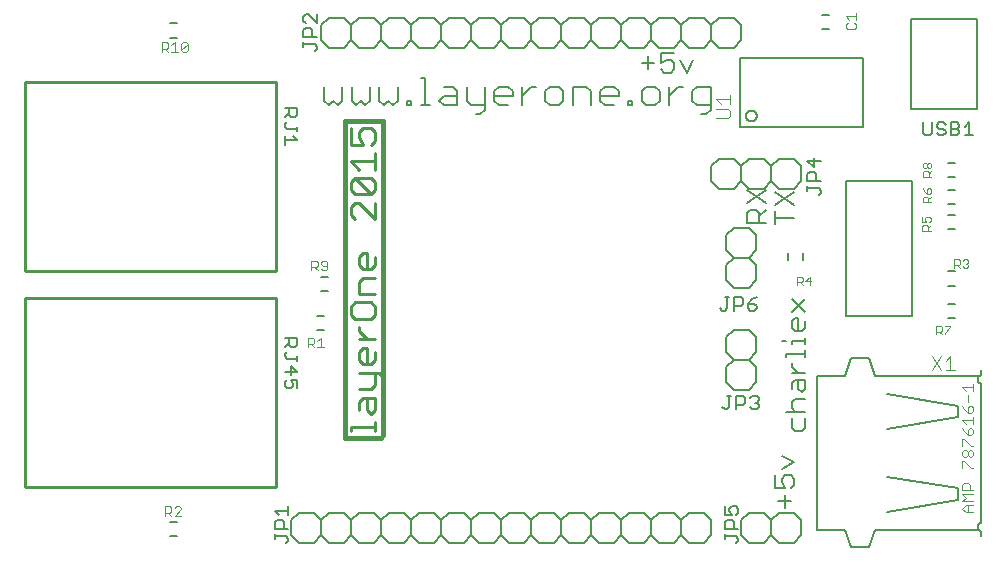
<source format=gto>
G75*
%MOIN*%
%OFA0B0*%
%FSLAX25Y25*%
%IPPOS*%
%LPD*%
%AMOC8*
5,1,8,0,0,1.08239X$1,22.5*
%
%ADD10C,0.00900*%
%ADD11C,0.00600*%
%ADD12C,0.01600*%
%ADD13C,0.00800*%
%ADD14C,0.00300*%
%ADD15C,0.00200*%
%ADD16C,0.01000*%
%ADD17C,0.00700*%
%ADD18C,0.00500*%
%ADD19C,0.00400*%
D10*
X0113526Y0067411D02*
X0113526Y0068762D01*
X0121633Y0068762D01*
X0121633Y0067411D02*
X0121633Y0070113D01*
X0120282Y0072936D02*
X0118930Y0074287D01*
X0118930Y0078340D01*
X0117579Y0078340D02*
X0121633Y0078340D01*
X0121633Y0074287D01*
X0120282Y0072936D01*
X0116228Y0074287D02*
X0116228Y0076989D01*
X0117579Y0078340D01*
X0116228Y0081223D02*
X0120282Y0081223D01*
X0121633Y0082574D01*
X0121633Y0086627D01*
X0122984Y0086627D02*
X0124335Y0085276D01*
X0124335Y0083925D01*
X0122984Y0086627D02*
X0116228Y0086627D01*
X0117579Y0089510D02*
X0116228Y0090861D01*
X0116228Y0093563D01*
X0117579Y0094914D01*
X0118930Y0094914D01*
X0118930Y0089510D01*
X0117579Y0089510D02*
X0120282Y0089510D01*
X0121633Y0090861D01*
X0121633Y0093563D01*
X0121633Y0097797D02*
X0116228Y0097797D01*
X0116228Y0100499D02*
X0116228Y0101850D01*
X0116228Y0100499D02*
X0118930Y0097797D01*
X0120282Y0104703D02*
X0114877Y0104703D01*
X0113526Y0106054D01*
X0113526Y0108756D01*
X0114877Y0110107D01*
X0120282Y0110107D01*
X0121633Y0108756D01*
X0121633Y0106054D01*
X0120282Y0104703D01*
X0121633Y0112990D02*
X0116228Y0112990D01*
X0116228Y0117043D01*
X0117579Y0118394D01*
X0121633Y0118394D01*
X0120282Y0121277D02*
X0117579Y0121277D01*
X0116228Y0122628D01*
X0116228Y0125330D01*
X0117579Y0126682D01*
X0118930Y0126682D01*
X0118930Y0121277D01*
X0120282Y0121277D02*
X0121633Y0122628D01*
X0121633Y0125330D01*
X0121633Y0137851D02*
X0116228Y0143256D01*
X0114877Y0143256D01*
X0113526Y0141905D01*
X0113526Y0139202D01*
X0114877Y0137851D01*
X0121633Y0137851D02*
X0121633Y0143256D01*
X0120282Y0146138D02*
X0114877Y0151543D01*
X0120282Y0151543D01*
X0121633Y0150192D01*
X0121633Y0147489D01*
X0120282Y0146138D01*
X0114877Y0146138D01*
X0113526Y0147489D01*
X0113526Y0150192D01*
X0114877Y0151543D01*
X0116228Y0154425D02*
X0113526Y0157128D01*
X0121633Y0157128D01*
X0121633Y0159830D02*
X0121633Y0154425D01*
X0120282Y0162712D02*
X0121633Y0164064D01*
X0121633Y0166766D01*
X0120282Y0168117D01*
X0117579Y0168117D01*
X0116228Y0166766D01*
X0116228Y0165415D01*
X0117579Y0162712D01*
X0113526Y0162712D01*
X0113526Y0168117D01*
D11*
X0055472Y0032205D02*
X0053110Y0032205D01*
X0053110Y0036929D02*
X0055472Y0036929D01*
X0093583Y0037461D02*
X0093583Y0032461D01*
X0096083Y0029961D01*
X0101083Y0029961D01*
X0103583Y0032461D01*
X0106083Y0029961D01*
X0111083Y0029961D01*
X0113583Y0032461D01*
X0113583Y0037461D01*
X0111083Y0039961D01*
X0106083Y0039961D01*
X0103583Y0037461D01*
X0103583Y0032461D01*
X0103583Y0037461D02*
X0101083Y0039961D01*
X0096083Y0039961D01*
X0093583Y0037461D01*
X0113583Y0037461D02*
X0116083Y0039961D01*
X0121083Y0039961D01*
X0123583Y0037461D01*
X0126083Y0039961D01*
X0131083Y0039961D01*
X0133583Y0037461D01*
X0136083Y0039961D01*
X0141083Y0039961D01*
X0143583Y0037461D01*
X0143583Y0032461D01*
X0141083Y0029961D01*
X0136083Y0029961D01*
X0133583Y0032461D01*
X0131083Y0029961D01*
X0126083Y0029961D01*
X0123583Y0032461D01*
X0121083Y0029961D01*
X0116083Y0029961D01*
X0113583Y0032461D01*
X0123583Y0032461D02*
X0123583Y0037461D01*
X0133583Y0037461D02*
X0133583Y0032461D01*
X0143583Y0032461D02*
X0146083Y0029961D01*
X0151083Y0029961D01*
X0153583Y0032461D01*
X0156083Y0029961D01*
X0161083Y0029961D01*
X0163583Y0032461D01*
X0166083Y0029961D01*
X0171083Y0029961D01*
X0173583Y0032461D01*
X0173583Y0037461D01*
X0171083Y0039961D01*
X0166083Y0039961D01*
X0163583Y0037461D01*
X0163583Y0032461D01*
X0163583Y0037461D02*
X0161083Y0039961D01*
X0156083Y0039961D01*
X0153583Y0037461D01*
X0153583Y0032461D01*
X0153583Y0037461D02*
X0151083Y0039961D01*
X0146083Y0039961D01*
X0143583Y0037461D01*
X0173583Y0037461D02*
X0176083Y0039961D01*
X0181083Y0039961D01*
X0183583Y0037461D01*
X0186083Y0039961D01*
X0191083Y0039961D01*
X0193583Y0037461D01*
X0196083Y0039961D01*
X0201083Y0039961D01*
X0203583Y0037461D01*
X0203583Y0032461D01*
X0201083Y0029961D01*
X0196083Y0029961D01*
X0193583Y0032461D01*
X0191083Y0029961D01*
X0186083Y0029961D01*
X0183583Y0032461D01*
X0181083Y0029961D01*
X0176083Y0029961D01*
X0173583Y0032461D01*
X0183583Y0032461D02*
X0183583Y0037461D01*
X0193583Y0037461D02*
X0193583Y0032461D01*
X0203583Y0032461D02*
X0206083Y0029961D01*
X0211083Y0029961D01*
X0213583Y0032461D01*
X0216083Y0029961D01*
X0221083Y0029961D01*
X0223583Y0032461D01*
X0226083Y0029961D01*
X0231083Y0029961D01*
X0233583Y0032461D01*
X0233583Y0037461D01*
X0231083Y0039961D01*
X0226083Y0039961D01*
X0223583Y0037461D01*
X0223583Y0032461D01*
X0223583Y0037461D02*
X0221083Y0039961D01*
X0216083Y0039961D01*
X0213583Y0037461D01*
X0213583Y0032461D01*
X0213583Y0037461D02*
X0211083Y0039961D01*
X0206083Y0039961D01*
X0203583Y0037461D01*
X0243583Y0037461D02*
X0243583Y0032461D01*
X0246083Y0029961D01*
X0251083Y0029961D01*
X0253583Y0032461D01*
X0256083Y0029961D01*
X0261083Y0029961D01*
X0263583Y0032461D01*
X0263583Y0037461D01*
X0261083Y0039961D01*
X0256083Y0039961D01*
X0253583Y0037461D01*
X0253583Y0032461D01*
X0253583Y0037461D02*
X0251083Y0039961D01*
X0246083Y0039961D01*
X0243583Y0037461D01*
X0255945Y0043896D02*
X0260215Y0043896D01*
X0258080Y0041761D02*
X0258080Y0046031D01*
X0258080Y0048206D02*
X0254877Y0048206D01*
X0254877Y0052477D01*
X0257012Y0051409D02*
X0257012Y0050342D01*
X0258080Y0048206D01*
X0260215Y0048206D02*
X0261283Y0049274D01*
X0261283Y0051409D01*
X0260215Y0052477D01*
X0258080Y0052477D01*
X0257012Y0051409D01*
X0257012Y0054652D02*
X0261283Y0056787D01*
X0257012Y0058922D01*
X0261580Y0067261D02*
X0263715Y0067261D01*
X0264783Y0068329D01*
X0264783Y0071531D01*
X0264783Y0073706D02*
X0258377Y0073706D01*
X0260512Y0074774D02*
X0260512Y0076909D01*
X0261580Y0077977D01*
X0264783Y0077977D01*
X0263715Y0080152D02*
X0262648Y0081220D01*
X0262648Y0084422D01*
X0261580Y0084422D02*
X0264783Y0084422D01*
X0264783Y0081220D01*
X0263715Y0080152D01*
X0260512Y0081220D02*
X0260512Y0083355D01*
X0261580Y0084422D01*
X0262648Y0086597D02*
X0260512Y0088733D01*
X0260512Y0089800D01*
X0258377Y0091969D02*
X0258377Y0093036D01*
X0264783Y0093036D01*
X0264783Y0091969D02*
X0264783Y0094104D01*
X0264783Y0096266D02*
X0264783Y0098401D01*
X0264783Y0097333D02*
X0260512Y0097333D01*
X0260512Y0096266D01*
X0258377Y0097333D02*
X0257310Y0097333D01*
X0261580Y0100563D02*
X0260512Y0101630D01*
X0260512Y0103765D01*
X0261580Y0104833D01*
X0262648Y0104833D01*
X0262648Y0100563D01*
X0263715Y0100563D02*
X0261580Y0100563D01*
X0263715Y0100563D02*
X0264783Y0101630D01*
X0264783Y0103765D01*
X0264783Y0107008D02*
X0260512Y0111278D01*
X0260512Y0107008D02*
X0264783Y0111278D01*
X0248583Y0117461D02*
X0248583Y0122461D01*
X0246083Y0124961D01*
X0241083Y0124961D01*
X0238583Y0122461D01*
X0238583Y0117461D01*
X0241083Y0114961D01*
X0246083Y0114961D01*
X0248583Y0117461D01*
X0259291Y0124252D02*
X0259291Y0126614D01*
X0264016Y0126614D02*
X0264016Y0124252D01*
X0248583Y0127461D02*
X0246083Y0124961D01*
X0248583Y0127461D02*
X0248583Y0132461D01*
X0246083Y0134961D01*
X0241083Y0134961D01*
X0238583Y0132461D01*
X0238583Y0127461D01*
X0241083Y0124961D01*
X0245377Y0136761D02*
X0245377Y0139964D01*
X0246445Y0141031D01*
X0248580Y0141031D01*
X0249648Y0139964D01*
X0249648Y0136761D01*
X0251783Y0136761D02*
X0245377Y0136761D01*
X0249648Y0138896D02*
X0251783Y0141031D01*
X0251783Y0143206D02*
X0245377Y0147477D01*
X0246083Y0147961D02*
X0243583Y0150461D01*
X0241083Y0147961D01*
X0236083Y0147961D01*
X0233583Y0150461D01*
X0233583Y0155461D01*
X0236083Y0157961D01*
X0241083Y0157961D01*
X0243583Y0155461D01*
X0246083Y0157961D01*
X0251083Y0157961D01*
X0253583Y0155461D01*
X0256083Y0157961D01*
X0261083Y0157961D01*
X0263583Y0155461D01*
X0263583Y0150461D01*
X0261083Y0147961D01*
X0256083Y0147961D01*
X0253583Y0150461D01*
X0251083Y0147961D01*
X0246083Y0147961D01*
X0243583Y0150461D02*
X0243583Y0155461D01*
X0253583Y0155461D02*
X0253583Y0150461D01*
X0251783Y0147477D02*
X0245377Y0143206D01*
X0254877Y0142706D02*
X0261283Y0146977D01*
X0261283Y0142706D02*
X0254877Y0146977D01*
X0254877Y0140531D02*
X0254877Y0136261D01*
X0254877Y0138396D02*
X0261283Y0138396D01*
X0243110Y0168445D02*
X0243110Y0191477D01*
X0284055Y0191477D01*
X0284055Y0168445D01*
X0243110Y0168445D01*
X0245140Y0172284D02*
X0245142Y0172369D01*
X0245148Y0172453D01*
X0245158Y0172538D01*
X0245172Y0172621D01*
X0245189Y0172704D01*
X0245211Y0172786D01*
X0245237Y0172867D01*
X0245266Y0172947D01*
X0245299Y0173025D01*
X0245335Y0173101D01*
X0245375Y0173176D01*
X0245419Y0173249D01*
X0245466Y0173320D01*
X0245516Y0173388D01*
X0245569Y0173454D01*
X0245626Y0173517D01*
X0245685Y0173578D01*
X0245747Y0173636D01*
X0245812Y0173691D01*
X0245879Y0173743D01*
X0245948Y0173791D01*
X0246020Y0173836D01*
X0246094Y0173878D01*
X0246170Y0173916D01*
X0246247Y0173951D01*
X0246326Y0173982D01*
X0246406Y0174010D01*
X0246488Y0174033D01*
X0246570Y0174053D01*
X0246653Y0174069D01*
X0246737Y0174081D01*
X0246822Y0174089D01*
X0246907Y0174093D01*
X0246991Y0174093D01*
X0247076Y0174089D01*
X0247161Y0174081D01*
X0247245Y0174069D01*
X0247328Y0174053D01*
X0247410Y0174033D01*
X0247492Y0174010D01*
X0247572Y0173982D01*
X0247651Y0173951D01*
X0247728Y0173916D01*
X0247804Y0173878D01*
X0247878Y0173836D01*
X0247950Y0173791D01*
X0248019Y0173743D01*
X0248086Y0173691D01*
X0248151Y0173636D01*
X0248213Y0173578D01*
X0248272Y0173517D01*
X0248329Y0173454D01*
X0248382Y0173388D01*
X0248432Y0173320D01*
X0248479Y0173249D01*
X0248523Y0173176D01*
X0248563Y0173101D01*
X0248599Y0173025D01*
X0248632Y0172947D01*
X0248661Y0172867D01*
X0248687Y0172786D01*
X0248709Y0172704D01*
X0248726Y0172621D01*
X0248740Y0172538D01*
X0248750Y0172453D01*
X0248756Y0172369D01*
X0248758Y0172284D01*
X0248756Y0172199D01*
X0248750Y0172115D01*
X0248740Y0172030D01*
X0248726Y0171947D01*
X0248709Y0171864D01*
X0248687Y0171782D01*
X0248661Y0171701D01*
X0248632Y0171621D01*
X0248599Y0171543D01*
X0248563Y0171467D01*
X0248523Y0171392D01*
X0248479Y0171319D01*
X0248432Y0171248D01*
X0248382Y0171180D01*
X0248329Y0171114D01*
X0248272Y0171051D01*
X0248213Y0170990D01*
X0248151Y0170932D01*
X0248086Y0170877D01*
X0248019Y0170825D01*
X0247950Y0170777D01*
X0247878Y0170732D01*
X0247804Y0170690D01*
X0247728Y0170652D01*
X0247651Y0170617D01*
X0247572Y0170586D01*
X0247492Y0170558D01*
X0247410Y0170535D01*
X0247328Y0170515D01*
X0247245Y0170499D01*
X0247161Y0170487D01*
X0247076Y0170479D01*
X0246991Y0170475D01*
X0246907Y0170475D01*
X0246822Y0170479D01*
X0246737Y0170487D01*
X0246653Y0170499D01*
X0246570Y0170515D01*
X0246488Y0170535D01*
X0246406Y0170558D01*
X0246326Y0170586D01*
X0246247Y0170617D01*
X0246170Y0170652D01*
X0246094Y0170690D01*
X0246020Y0170732D01*
X0245948Y0170777D01*
X0245879Y0170825D01*
X0245812Y0170877D01*
X0245747Y0170932D01*
X0245685Y0170990D01*
X0245626Y0171051D01*
X0245569Y0171114D01*
X0245516Y0171180D01*
X0245466Y0171248D01*
X0245419Y0171319D01*
X0245375Y0171392D01*
X0245335Y0171467D01*
X0245299Y0171543D01*
X0245266Y0171621D01*
X0245237Y0171701D01*
X0245211Y0171782D01*
X0245189Y0171864D01*
X0245172Y0171947D01*
X0245158Y0172030D01*
X0245148Y0172115D01*
X0245142Y0172199D01*
X0245140Y0172284D01*
X0225409Y0186761D02*
X0227544Y0191031D01*
X0226083Y0194961D02*
X0231083Y0194961D01*
X0233583Y0197461D01*
X0236083Y0194961D01*
X0241083Y0194961D01*
X0243583Y0197461D01*
X0243583Y0202461D01*
X0241083Y0204961D01*
X0236083Y0204961D01*
X0233583Y0202461D01*
X0233583Y0197461D01*
X0233583Y0202461D02*
X0231083Y0204961D01*
X0226083Y0204961D01*
X0223583Y0202461D01*
X0223583Y0197461D01*
X0226083Y0194961D01*
X0223583Y0197461D02*
X0221083Y0194961D01*
X0216083Y0194961D01*
X0213583Y0197461D01*
X0211083Y0194961D01*
X0206083Y0194961D01*
X0203583Y0197461D01*
X0201083Y0194961D01*
X0196083Y0194961D01*
X0193583Y0197461D01*
X0191083Y0194961D01*
X0186083Y0194961D01*
X0183583Y0197461D01*
X0181083Y0194961D01*
X0176083Y0194961D01*
X0173583Y0197461D01*
X0171083Y0194961D01*
X0166083Y0194961D01*
X0163583Y0197461D01*
X0161083Y0194961D01*
X0156083Y0194961D01*
X0153583Y0197461D01*
X0151083Y0194961D01*
X0146083Y0194961D01*
X0143583Y0197461D01*
X0141083Y0194961D01*
X0136083Y0194961D01*
X0133583Y0197461D01*
X0131083Y0194961D01*
X0126083Y0194961D01*
X0123583Y0197461D01*
X0121083Y0194961D01*
X0116083Y0194961D01*
X0113583Y0197461D01*
X0111083Y0194961D01*
X0106083Y0194961D01*
X0103583Y0197461D01*
X0103583Y0202461D01*
X0106083Y0204961D01*
X0111083Y0204961D01*
X0113583Y0202461D01*
X0116083Y0204961D01*
X0121083Y0204961D01*
X0123583Y0202461D01*
X0123583Y0197461D01*
X0123583Y0202461D02*
X0126083Y0204961D01*
X0131083Y0204961D01*
X0133583Y0202461D01*
X0136083Y0204961D01*
X0141083Y0204961D01*
X0143583Y0202461D01*
X0146083Y0204961D01*
X0151083Y0204961D01*
X0153583Y0202461D01*
X0153583Y0197461D01*
X0153583Y0202461D02*
X0156083Y0204961D01*
X0161083Y0204961D01*
X0163583Y0202461D01*
X0166083Y0204961D01*
X0171083Y0204961D01*
X0173583Y0202461D01*
X0176083Y0204961D01*
X0181083Y0204961D01*
X0183583Y0202461D01*
X0183583Y0197461D01*
X0183583Y0202461D02*
X0186083Y0204961D01*
X0191083Y0204961D01*
X0193583Y0202461D01*
X0196083Y0204961D01*
X0201083Y0204961D01*
X0203583Y0202461D01*
X0206083Y0204961D01*
X0211083Y0204961D01*
X0213583Y0202461D01*
X0213583Y0197461D01*
X0213583Y0202461D02*
X0216083Y0204961D01*
X0221083Y0204961D01*
X0223583Y0202461D01*
X0221098Y0193166D02*
X0216828Y0193166D01*
X0216828Y0189964D01*
X0218963Y0191031D01*
X0220031Y0191031D01*
X0221098Y0189964D01*
X0221098Y0187829D01*
X0220031Y0186761D01*
X0217896Y0186761D01*
X0216828Y0187829D01*
X0214653Y0189964D02*
X0210383Y0189964D01*
X0212518Y0192099D02*
X0212518Y0187829D01*
X0223274Y0191031D02*
X0225409Y0186761D01*
X0203583Y0197461D02*
X0203583Y0202461D01*
X0193583Y0202461D02*
X0193583Y0197461D01*
X0173583Y0197461D02*
X0173583Y0202461D01*
X0163583Y0202461D02*
X0163583Y0197461D01*
X0143583Y0197461D02*
X0143583Y0202461D01*
X0133583Y0202461D02*
X0133583Y0197461D01*
X0113583Y0197461D02*
X0113583Y0202461D01*
X0055472Y0203111D02*
X0053110Y0203111D01*
X0053110Y0198386D02*
X0055472Y0198386D01*
X0103370Y0118733D02*
X0105732Y0118733D01*
X0105732Y0114008D02*
X0103370Y0114008D01*
X0102193Y0105591D02*
X0104555Y0105591D01*
X0104555Y0100866D02*
X0102193Y0100866D01*
X0238583Y0098461D02*
X0238583Y0093461D01*
X0241083Y0090961D01*
X0246083Y0090961D01*
X0248583Y0093461D01*
X0248583Y0098461D01*
X0246083Y0100961D01*
X0241083Y0100961D01*
X0238583Y0098461D01*
X0241083Y0090961D02*
X0238583Y0088461D01*
X0238583Y0083461D01*
X0241083Y0080961D01*
X0246083Y0080961D01*
X0248583Y0083461D01*
X0248583Y0088461D01*
X0246083Y0090961D01*
X0260512Y0086597D02*
X0264783Y0086597D01*
X0260512Y0074774D02*
X0261580Y0073706D01*
X0260512Y0071531D02*
X0260512Y0068329D01*
X0261580Y0067261D01*
X0312402Y0104918D02*
X0314764Y0104918D01*
X0314764Y0109642D02*
X0312402Y0109642D01*
X0312402Y0115729D02*
X0314764Y0115729D01*
X0314764Y0120453D02*
X0312402Y0120453D01*
X0312402Y0134595D02*
X0314764Y0134595D01*
X0314764Y0139319D02*
X0312402Y0139319D01*
X0312402Y0142969D02*
X0314764Y0142969D01*
X0314764Y0147693D02*
X0312402Y0147693D01*
X0312402Y0151843D02*
X0314764Y0151843D01*
X0314764Y0156567D02*
X0312402Y0156567D01*
X0272764Y0201099D02*
X0270402Y0201099D01*
X0270402Y0205823D02*
X0272764Y0205823D01*
D12*
X0124083Y0170461D02*
X0124083Y0065961D01*
X0123583Y0064961D02*
X0111583Y0064961D01*
X0111583Y0170461D01*
X0124083Y0170461D01*
D13*
X0124433Y0175861D02*
X0125968Y0177396D01*
X0127502Y0175861D01*
X0129037Y0177396D01*
X0129037Y0182000D01*
X0122898Y0182000D02*
X0122898Y0177396D01*
X0124433Y0175861D01*
X0119829Y0177396D02*
X0119829Y0182000D01*
X0113691Y0182000D02*
X0113691Y0177396D01*
X0115225Y0175861D01*
X0116760Y0177396D01*
X0118294Y0175861D01*
X0119829Y0177396D01*
X0110621Y0177396D02*
X0110621Y0182000D01*
X0104483Y0182000D02*
X0104483Y0177396D01*
X0106017Y0175861D01*
X0107552Y0177396D01*
X0109087Y0175861D01*
X0110621Y0177396D01*
X0132106Y0177396D02*
X0133641Y0177396D01*
X0133641Y0175861D01*
X0132106Y0175861D01*
X0132106Y0177396D01*
X0136710Y0175861D02*
X0139779Y0175861D01*
X0138245Y0175861D02*
X0138245Y0185069D01*
X0136710Y0185069D01*
X0144383Y0182000D02*
X0147453Y0182000D01*
X0148987Y0180465D01*
X0148987Y0175861D01*
X0144383Y0175861D01*
X0142849Y0177396D01*
X0144383Y0178930D01*
X0148987Y0178930D01*
X0152057Y0177396D02*
X0153591Y0175861D01*
X0158195Y0175861D01*
X0158195Y0174326D02*
X0156661Y0172792D01*
X0155126Y0172792D01*
X0158195Y0174326D02*
X0158195Y0182000D01*
X0161264Y0180465D02*
X0162799Y0182000D01*
X0165868Y0182000D01*
X0167403Y0180465D01*
X0167403Y0178930D01*
X0161264Y0178930D01*
X0161264Y0177396D02*
X0161264Y0180465D01*
X0161264Y0177396D02*
X0162799Y0175861D01*
X0165868Y0175861D01*
X0170472Y0175861D02*
X0170472Y0182000D01*
X0173542Y0182000D02*
X0175076Y0182000D01*
X0173542Y0182000D02*
X0170472Y0178930D01*
X0178146Y0177396D02*
X0179680Y0175861D01*
X0182749Y0175861D01*
X0184284Y0177396D01*
X0184284Y0180465D01*
X0182749Y0182000D01*
X0179680Y0182000D01*
X0178146Y0180465D01*
X0178146Y0177396D01*
X0187353Y0175861D02*
X0187353Y0182000D01*
X0191957Y0182000D01*
X0193492Y0180465D01*
X0193492Y0175861D01*
X0196561Y0177396D02*
X0196561Y0180465D01*
X0198096Y0182000D01*
X0201165Y0182000D01*
X0202700Y0180465D01*
X0202700Y0178930D01*
X0196561Y0178930D01*
X0196561Y0177396D02*
X0198096Y0175861D01*
X0201165Y0175861D01*
X0205769Y0175861D02*
X0207304Y0175861D01*
X0207304Y0177396D01*
X0205769Y0177396D01*
X0205769Y0175861D01*
X0210373Y0177396D02*
X0210373Y0180465D01*
X0211908Y0182000D01*
X0214977Y0182000D01*
X0216512Y0180465D01*
X0216512Y0177396D01*
X0214977Y0175861D01*
X0211908Y0175861D01*
X0210373Y0177396D01*
X0219581Y0178930D02*
X0222650Y0182000D01*
X0224185Y0182000D01*
X0227254Y0180465D02*
X0227254Y0177396D01*
X0228789Y0175861D01*
X0233393Y0175861D01*
X0233393Y0174326D02*
X0233393Y0182000D01*
X0228789Y0182000D01*
X0227254Y0180465D01*
X0219581Y0182000D02*
X0219581Y0175861D01*
X0230323Y0172792D02*
X0231858Y0172792D01*
X0233393Y0174326D01*
X0278465Y0150648D02*
X0300465Y0150648D01*
X0300465Y0105748D01*
X0278465Y0105748D01*
X0278465Y0150648D01*
X0300276Y0174567D02*
X0300276Y0204567D01*
X0322276Y0204567D01*
X0322276Y0174567D01*
X0300276Y0174567D01*
X0286181Y0091457D02*
X0280276Y0091457D01*
X0278307Y0085551D01*
X0268858Y0085551D01*
X0268858Y0034370D01*
X0278307Y0034370D01*
X0280276Y0028465D01*
X0286181Y0028465D01*
X0288150Y0034370D01*
X0322402Y0034370D01*
X0322402Y0034371D01*
X0322402Y0035551D01*
X0322404Y0035617D01*
X0322409Y0035683D01*
X0322419Y0035749D01*
X0322432Y0035814D01*
X0322448Y0035878D01*
X0322468Y0035941D01*
X0322492Y0036003D01*
X0322519Y0036063D01*
X0322549Y0036122D01*
X0322583Y0036179D01*
X0322620Y0036234D01*
X0322660Y0036287D01*
X0322702Y0036338D01*
X0322748Y0036386D01*
X0322796Y0036432D01*
X0322847Y0036474D01*
X0322900Y0036514D01*
X0322955Y0036551D01*
X0323012Y0036585D01*
X0323071Y0036615D01*
X0323131Y0036642D01*
X0323193Y0036666D01*
X0323256Y0036686D01*
X0323320Y0036702D01*
X0323385Y0036715D01*
X0323451Y0036725D01*
X0323517Y0036730D01*
X0323583Y0036732D01*
X0323583Y0036733D02*
X0323583Y0083189D01*
X0323583Y0083190D02*
X0323514Y0083192D01*
X0323446Y0083198D01*
X0323378Y0083208D01*
X0323311Y0083222D01*
X0323244Y0083240D01*
X0323179Y0083261D01*
X0323115Y0083287D01*
X0323053Y0083316D01*
X0322993Y0083348D01*
X0322934Y0083384D01*
X0322878Y0083424D01*
X0322824Y0083466D01*
X0322773Y0083512D01*
X0322724Y0083560D01*
X0322678Y0083612D01*
X0322636Y0083666D01*
X0322596Y0083722D01*
X0322560Y0083780D01*
X0322528Y0083841D01*
X0322499Y0083903D01*
X0322473Y0083967D01*
X0322452Y0084032D01*
X0322434Y0084098D01*
X0322420Y0084166D01*
X0322410Y0084234D01*
X0322404Y0084302D01*
X0322402Y0084371D01*
X0322402Y0084370D02*
X0322402Y0085551D01*
X0288150Y0085551D01*
X0286181Y0091457D01*
X0292087Y0079646D02*
X0315709Y0075709D01*
X0315709Y0071772D01*
X0292087Y0067835D01*
X0292087Y0052087D02*
X0315709Y0048150D01*
X0315709Y0044213D01*
X0292087Y0040276D01*
X0322402Y0034371D02*
X0322468Y0034369D01*
X0322534Y0034364D01*
X0322600Y0034354D01*
X0322665Y0034341D01*
X0322729Y0034325D01*
X0322792Y0034305D01*
X0322854Y0034281D01*
X0322914Y0034254D01*
X0322973Y0034224D01*
X0323030Y0034190D01*
X0323085Y0034153D01*
X0323138Y0034113D01*
X0323189Y0034071D01*
X0323237Y0034025D01*
X0323283Y0033977D01*
X0323325Y0033926D01*
X0323365Y0033873D01*
X0323402Y0033818D01*
X0323436Y0033761D01*
X0323466Y0033702D01*
X0323493Y0033642D01*
X0323517Y0033580D01*
X0323537Y0033517D01*
X0323553Y0033453D01*
X0323566Y0033388D01*
X0323576Y0033322D01*
X0323581Y0033256D01*
X0323583Y0033190D01*
X0323583Y0033189D02*
X0323583Y0032402D01*
X0323583Y0086733D02*
X0323583Y0087520D01*
X0323583Y0086733D02*
X0323581Y0086667D01*
X0323576Y0086601D01*
X0323566Y0086535D01*
X0323553Y0086470D01*
X0323537Y0086406D01*
X0323517Y0086343D01*
X0323493Y0086281D01*
X0323466Y0086221D01*
X0323436Y0086162D01*
X0323402Y0086105D01*
X0323365Y0086050D01*
X0323325Y0085997D01*
X0323283Y0085946D01*
X0323237Y0085898D01*
X0323189Y0085852D01*
X0323138Y0085810D01*
X0323085Y0085770D01*
X0323030Y0085733D01*
X0322973Y0085699D01*
X0322914Y0085669D01*
X0322854Y0085642D01*
X0322792Y0085618D01*
X0322729Y0085598D01*
X0322665Y0085582D01*
X0322600Y0085569D01*
X0322534Y0085559D01*
X0322468Y0085554D01*
X0322402Y0085552D01*
X0152057Y0177396D02*
X0152057Y0182000D01*
D14*
X0105080Y0123973D02*
X0104012Y0123973D01*
X0103478Y0123439D01*
X0103478Y0122906D01*
X0104012Y0122372D01*
X0105614Y0122372D01*
X0105614Y0123439D02*
X0105614Y0121304D01*
X0105080Y0120770D01*
X0104012Y0120770D01*
X0103478Y0121304D01*
X0102391Y0120770D02*
X0101323Y0121838D01*
X0101857Y0121838D02*
X0100256Y0121838D01*
X0100256Y0120770D02*
X0100256Y0123973D01*
X0101857Y0123973D01*
X0102391Y0123439D01*
X0102391Y0122372D01*
X0101857Y0121838D01*
X0105080Y0123973D02*
X0105614Y0123439D01*
X0103369Y0098331D02*
X0103369Y0095129D01*
X0104436Y0095129D02*
X0102301Y0095129D01*
X0101214Y0095129D02*
X0100146Y0096196D01*
X0100680Y0096196D02*
X0099079Y0096196D01*
X0099079Y0095129D02*
X0099079Y0098331D01*
X0100680Y0098331D01*
X0101214Y0097798D01*
X0101214Y0096730D01*
X0100680Y0096196D01*
X0102301Y0097264D02*
X0103369Y0098331D01*
X0056320Y0042170D02*
X0055252Y0042170D01*
X0054719Y0041636D01*
X0053631Y0041636D02*
X0053631Y0040569D01*
X0053097Y0040035D01*
X0051496Y0040035D01*
X0052563Y0040035D02*
X0053631Y0038967D01*
X0054719Y0038967D02*
X0056854Y0041102D01*
X0056854Y0041636D01*
X0056320Y0042170D01*
X0053631Y0041636D02*
X0053097Y0042170D01*
X0051496Y0042170D01*
X0051496Y0038967D01*
X0054719Y0038967D02*
X0056854Y0038967D01*
X0057421Y0193648D02*
X0056887Y0194182D01*
X0059022Y0196317D01*
X0059022Y0194182D01*
X0058488Y0193648D01*
X0057421Y0193648D01*
X0056887Y0194182D02*
X0056887Y0196317D01*
X0057421Y0196851D01*
X0058488Y0196851D01*
X0059022Y0196317D01*
X0055799Y0193648D02*
X0053664Y0193648D01*
X0054732Y0193648D02*
X0054732Y0196851D01*
X0053664Y0195783D01*
X0052576Y0195250D02*
X0052043Y0194716D01*
X0050441Y0194716D01*
X0050441Y0193648D02*
X0050441Y0196851D01*
X0052043Y0196851D01*
X0052576Y0196317D01*
X0052576Y0195250D01*
X0051509Y0194716D02*
X0052576Y0193648D01*
X0278480Y0201699D02*
X0279014Y0201165D01*
X0281149Y0201165D01*
X0281683Y0201699D01*
X0281683Y0202767D01*
X0281149Y0203301D01*
X0281683Y0204388D02*
X0281683Y0206523D01*
X0281683Y0205456D02*
X0278480Y0205456D01*
X0279548Y0204388D01*
X0279014Y0203301D02*
X0278480Y0202767D01*
X0278480Y0201699D01*
X0317230Y0081860D02*
X0320933Y0081860D01*
X0320933Y0080626D02*
X0320933Y0083094D01*
X0318464Y0080626D02*
X0317230Y0081860D01*
X0319081Y0079411D02*
X0319081Y0076942D01*
X0319698Y0075728D02*
X0319081Y0075111D01*
X0319081Y0073259D01*
X0320315Y0073259D01*
X0320933Y0073876D01*
X0320933Y0075111D01*
X0320315Y0075728D01*
X0319698Y0075728D01*
X0317847Y0074494D02*
X0319081Y0073259D01*
X0317847Y0074494D02*
X0317230Y0075728D01*
X0317230Y0070810D02*
X0320933Y0070810D01*
X0320933Y0069576D02*
X0320933Y0072045D01*
X0318464Y0069576D02*
X0317230Y0070810D01*
X0317230Y0068362D02*
X0317847Y0067127D01*
X0319081Y0065893D01*
X0319081Y0067745D01*
X0319698Y0068362D01*
X0320315Y0068362D01*
X0320933Y0067745D01*
X0320933Y0066510D01*
X0320315Y0065893D01*
X0319081Y0065893D01*
X0317847Y0064679D02*
X0320315Y0062210D01*
X0320933Y0062210D01*
X0320315Y0060995D02*
X0320933Y0060378D01*
X0320933Y0059144D01*
X0320315Y0058527D01*
X0319698Y0058527D01*
X0319081Y0059144D01*
X0319081Y0060378D01*
X0319698Y0060995D01*
X0320315Y0060995D01*
X0319081Y0060378D02*
X0318464Y0060995D01*
X0317847Y0060995D01*
X0317230Y0060378D01*
X0317230Y0059144D01*
X0317847Y0058527D01*
X0318464Y0058527D01*
X0319081Y0059144D01*
X0317847Y0057312D02*
X0320315Y0054844D01*
X0320933Y0054844D01*
X0317230Y0054844D02*
X0317230Y0057312D01*
X0317847Y0057312D01*
X0317230Y0062210D02*
X0317230Y0064679D01*
X0317847Y0064679D01*
X0317847Y0049946D02*
X0319081Y0049946D01*
X0319698Y0049329D01*
X0319698Y0047477D01*
X0320933Y0047477D02*
X0317230Y0047477D01*
X0317230Y0049329D01*
X0317847Y0049946D01*
X0317230Y0046263D02*
X0320933Y0046263D01*
X0318464Y0045028D02*
X0317230Y0046263D01*
X0318464Y0045028D02*
X0317230Y0043794D01*
X0320933Y0043794D01*
X0320933Y0042580D02*
X0318464Y0042580D01*
X0317230Y0041345D01*
X0318464Y0040111D01*
X0320933Y0040111D01*
X0319081Y0040111D02*
X0319081Y0042580D01*
D15*
X0311420Y0099492D02*
X0311420Y0099959D01*
X0313289Y0101827D01*
X0313289Y0102294D01*
X0311420Y0102294D01*
X0310526Y0101827D02*
X0310526Y0100893D01*
X0310059Y0100426D01*
X0308658Y0100426D01*
X0308658Y0099492D02*
X0308658Y0102294D01*
X0310059Y0102294D01*
X0310526Y0101827D01*
X0309592Y0100426D02*
X0310526Y0099492D01*
X0314658Y0121681D02*
X0314658Y0124483D01*
X0316059Y0124483D01*
X0316526Y0124016D01*
X0316526Y0123082D01*
X0316059Y0122615D01*
X0314658Y0122615D01*
X0315592Y0122615D02*
X0316526Y0121681D01*
X0317420Y0122148D02*
X0317887Y0121681D01*
X0318822Y0121681D01*
X0319289Y0122148D01*
X0319289Y0122615D01*
X0318822Y0123082D01*
X0318354Y0123082D01*
X0318822Y0123082D02*
X0319289Y0123549D01*
X0319289Y0124016D01*
X0318822Y0124483D01*
X0317887Y0124483D01*
X0317420Y0124016D01*
X0306737Y0134061D02*
X0303934Y0134061D01*
X0303934Y0135462D01*
X0304401Y0135929D01*
X0305335Y0135929D01*
X0305802Y0135462D01*
X0305802Y0134061D01*
X0305802Y0134995D02*
X0306737Y0135929D01*
X0306270Y0136823D02*
X0306737Y0137290D01*
X0306737Y0138224D01*
X0306270Y0138692D01*
X0305335Y0138692D01*
X0304868Y0138224D01*
X0304868Y0137757D01*
X0305335Y0136823D01*
X0303934Y0136823D01*
X0303934Y0138692D01*
X0304060Y0143561D02*
X0304060Y0144962D01*
X0304527Y0145429D01*
X0305461Y0145429D01*
X0305928Y0144962D01*
X0305928Y0143561D01*
X0305928Y0144495D02*
X0306863Y0145429D01*
X0306396Y0146323D02*
X0306863Y0146790D01*
X0306863Y0147724D01*
X0306396Y0148192D01*
X0305928Y0148192D01*
X0305461Y0147724D01*
X0305461Y0146323D01*
X0306396Y0146323D01*
X0305461Y0146323D02*
X0304527Y0147257D01*
X0304060Y0148192D01*
X0304186Y0152061D02*
X0304186Y0153462D01*
X0304653Y0153929D01*
X0305587Y0153929D01*
X0306054Y0153462D01*
X0306054Y0152061D01*
X0306054Y0152995D02*
X0306989Y0153929D01*
X0306522Y0154823D02*
X0306054Y0154823D01*
X0305587Y0155290D01*
X0305587Y0156224D01*
X0306054Y0156692D01*
X0306522Y0156692D01*
X0306989Y0156224D01*
X0306989Y0155290D01*
X0306522Y0154823D01*
X0305587Y0155290D02*
X0305120Y0154823D01*
X0304653Y0154823D01*
X0304186Y0155290D01*
X0304186Y0156224D01*
X0304653Y0156692D01*
X0305120Y0156692D01*
X0305587Y0156224D01*
X0306989Y0152061D02*
X0304186Y0152061D01*
X0304060Y0143561D02*
X0306863Y0143561D01*
X0266349Y0118684D02*
X0264948Y0117283D01*
X0266816Y0117283D01*
X0266349Y0115882D02*
X0266349Y0118684D01*
X0264054Y0118217D02*
X0264054Y0117283D01*
X0263587Y0116816D01*
X0262186Y0116816D01*
X0263120Y0116816D02*
X0264054Y0115882D01*
X0262186Y0115882D02*
X0262186Y0118684D01*
X0263587Y0118684D01*
X0264054Y0118217D01*
D16*
X0088500Y0120622D02*
X0088500Y0183622D01*
X0005000Y0183622D01*
X0005000Y0120622D01*
X0088500Y0120622D01*
X0088500Y0111496D02*
X0088500Y0048496D01*
X0005000Y0048496D01*
X0005000Y0111496D01*
X0088500Y0111496D01*
D17*
X0091350Y0098146D02*
X0095654Y0098146D01*
X0095654Y0095995D01*
X0094936Y0095277D01*
X0093502Y0095277D01*
X0092785Y0095995D01*
X0092785Y0098146D01*
X0092785Y0096712D02*
X0091350Y0095277D01*
X0092067Y0093542D02*
X0091350Y0092825D01*
X0091350Y0092108D01*
X0092067Y0091391D01*
X0095654Y0091391D01*
X0095654Y0092108D02*
X0095654Y0090673D01*
X0093502Y0088939D02*
X0093502Y0086069D01*
X0093502Y0084335D02*
X0094219Y0082900D01*
X0094219Y0082183D01*
X0093502Y0081465D01*
X0092067Y0081465D01*
X0091350Y0082183D01*
X0091350Y0083617D01*
X0092067Y0084335D01*
X0093502Y0084335D02*
X0095654Y0084335D01*
X0095654Y0081465D01*
X0095654Y0086787D02*
X0091350Y0086787D01*
X0093502Y0088939D02*
X0095654Y0086787D01*
X0091350Y0162695D02*
X0091350Y0165565D01*
X0091350Y0164130D02*
X0095654Y0164130D01*
X0094219Y0165565D01*
X0095654Y0167299D02*
X0095654Y0168734D01*
X0095654Y0168017D02*
X0092067Y0168017D01*
X0091350Y0168734D01*
X0091350Y0169451D01*
X0092067Y0170168D01*
X0091350Y0171903D02*
X0092785Y0173338D01*
X0092785Y0172621D02*
X0092785Y0174772D01*
X0091350Y0174772D02*
X0095654Y0174772D01*
X0095654Y0172621D01*
X0094936Y0171903D01*
X0093502Y0171903D01*
X0092785Y0172621D01*
X0304239Y0170122D02*
X0304239Y0166535D01*
X0304956Y0165818D01*
X0306391Y0165818D01*
X0307108Y0166535D01*
X0307108Y0170122D01*
X0308843Y0169404D02*
X0308843Y0168687D01*
X0309560Y0167970D01*
X0310995Y0167970D01*
X0311712Y0167253D01*
X0311712Y0166535D01*
X0310995Y0165818D01*
X0309560Y0165818D01*
X0308843Y0166535D01*
X0308843Y0169404D02*
X0309560Y0170122D01*
X0310995Y0170122D01*
X0311712Y0169404D01*
X0313447Y0170122D02*
X0315599Y0170122D01*
X0316316Y0169404D01*
X0316316Y0168687D01*
X0315599Y0167970D01*
X0313447Y0167970D01*
X0315599Y0167970D02*
X0316316Y0167253D01*
X0316316Y0166535D01*
X0315599Y0165818D01*
X0313447Y0165818D01*
X0313447Y0170122D01*
X0318051Y0168687D02*
X0319485Y0170122D01*
X0319485Y0165818D01*
X0318051Y0165818D02*
X0320920Y0165818D01*
D18*
X0270133Y0157371D02*
X0265629Y0157371D01*
X0267881Y0155119D01*
X0267881Y0158121D01*
X0267881Y0153517D02*
X0268631Y0152767D01*
X0268631Y0150515D01*
X0270133Y0150515D02*
X0265629Y0150515D01*
X0265629Y0152767D01*
X0266379Y0153517D01*
X0267881Y0153517D01*
X0265629Y0148913D02*
X0265629Y0147412D01*
X0265629Y0148163D02*
X0269382Y0148163D01*
X0270133Y0147412D01*
X0270133Y0146662D01*
X0269382Y0145911D01*
X0248743Y0111915D02*
X0247242Y0111164D01*
X0245741Y0109663D01*
X0247992Y0109663D01*
X0248743Y0108912D01*
X0248743Y0108162D01*
X0247992Y0107411D01*
X0246491Y0107411D01*
X0245741Y0108162D01*
X0245741Y0109663D01*
X0244139Y0109663D02*
X0243389Y0108912D01*
X0241137Y0108912D01*
X0241137Y0107411D02*
X0241137Y0111915D01*
X0243389Y0111915D01*
X0244139Y0111164D01*
X0244139Y0109663D01*
X0239535Y0111915D02*
X0238034Y0111915D01*
X0238785Y0111915D02*
X0238785Y0108162D01*
X0238034Y0107411D01*
X0237283Y0107411D01*
X0236533Y0108162D01*
X0238822Y0079015D02*
X0240323Y0079015D01*
X0239573Y0079015D02*
X0239573Y0075262D01*
X0238822Y0074511D01*
X0238072Y0074511D01*
X0237321Y0075262D01*
X0241925Y0076012D02*
X0244177Y0076012D01*
X0244927Y0076763D01*
X0244927Y0078264D01*
X0244177Y0079015D01*
X0241925Y0079015D01*
X0241925Y0074511D01*
X0246529Y0075262D02*
X0247279Y0074511D01*
X0248781Y0074511D01*
X0249531Y0075262D01*
X0249531Y0076012D01*
X0248781Y0076763D01*
X0248030Y0076763D01*
X0248781Y0076763D02*
X0249531Y0077513D01*
X0249531Y0078264D01*
X0248781Y0079015D01*
X0247279Y0079015D01*
X0246529Y0078264D01*
X0241882Y0042121D02*
X0242633Y0041371D01*
X0242633Y0039869D01*
X0241882Y0039119D01*
X0240381Y0039119D02*
X0239630Y0040620D01*
X0239630Y0041371D01*
X0240381Y0042121D01*
X0241882Y0042121D01*
X0238129Y0042121D02*
X0238129Y0039119D01*
X0240381Y0039119D01*
X0240381Y0037517D02*
X0241131Y0036767D01*
X0241131Y0034515D01*
X0242633Y0034515D02*
X0238129Y0034515D01*
X0238129Y0036767D01*
X0238879Y0037517D01*
X0240381Y0037517D01*
X0238129Y0032913D02*
X0238129Y0031412D01*
X0238129Y0032163D02*
X0241882Y0032163D01*
X0242633Y0031412D01*
X0242633Y0030662D01*
X0241882Y0029911D01*
X0092633Y0030662D02*
X0092633Y0031412D01*
X0091882Y0032163D01*
X0088129Y0032163D01*
X0088129Y0032913D02*
X0088129Y0031412D01*
X0088129Y0034515D02*
X0088129Y0036767D01*
X0088879Y0037517D01*
X0090381Y0037517D01*
X0091131Y0036767D01*
X0091131Y0034515D01*
X0092633Y0034515D02*
X0088129Y0034515D01*
X0089630Y0039119D02*
X0088129Y0040620D01*
X0092633Y0040620D01*
X0092633Y0039119D02*
X0092633Y0042121D01*
X0092633Y0030662D02*
X0091882Y0029911D01*
X0101382Y0193911D02*
X0102133Y0194662D01*
X0102133Y0195412D01*
X0101382Y0196163D01*
X0097629Y0196163D01*
X0097629Y0196913D02*
X0097629Y0195412D01*
X0097629Y0198515D02*
X0097629Y0200767D01*
X0098379Y0201517D01*
X0099881Y0201517D01*
X0100631Y0200767D01*
X0100631Y0198515D01*
X0102133Y0198515D02*
X0097629Y0198515D01*
X0098379Y0203119D02*
X0097629Y0203869D01*
X0097629Y0205371D01*
X0098379Y0206121D01*
X0099130Y0206121D01*
X0102133Y0203119D01*
X0102133Y0206121D01*
D19*
X0235279Y0177799D02*
X0239883Y0177799D01*
X0239883Y0176265D02*
X0239883Y0179334D01*
X0236813Y0176265D02*
X0235279Y0177799D01*
X0235279Y0174730D02*
X0239115Y0174730D01*
X0239883Y0173963D01*
X0239883Y0172428D01*
X0239115Y0171661D01*
X0235279Y0171661D01*
X0307166Y0092178D02*
X0310235Y0087574D01*
X0311770Y0087574D02*
X0314839Y0087574D01*
X0313304Y0087574D02*
X0313304Y0092178D01*
X0311770Y0090643D01*
X0310235Y0092178D02*
X0307166Y0087574D01*
M02*

</source>
